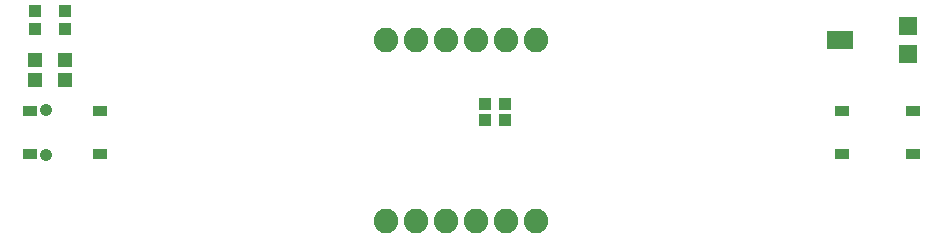
<source format=gts>
G75*
%MOIN*%
%OFA0B0*%
%FSLAX25Y25*%
%IPPOS*%
%LPD*%
%AMOC8*
5,1,8,0,0,1.08239X$1,22.5*
%
%ADD10R,0.03950X0.03950*%
%ADD11R,0.04737X0.05131*%
%ADD12R,0.05918X0.05918*%
%ADD13R,0.08674X0.06318*%
%ADD14R,0.04737X0.03556*%
%ADD15C,0.08200*%
%ADD16R,0.03950X0.04146*%
%ADD17C,0.04146*%
D10*
X0026346Y0084661D03*
X0036346Y0084661D03*
X0036346Y0090567D03*
X0026346Y0090567D03*
D11*
X0026346Y0074346D03*
X0036346Y0074346D03*
X0036346Y0067654D03*
X0026346Y0067654D03*
D12*
X0317331Y0076472D03*
X0317331Y0085528D03*
D13*
X0294581Y0081000D03*
D14*
X0024535Y0042929D03*
X0048157Y0042929D03*
X0048157Y0057496D03*
X0024535Y0057496D03*
X0295323Y0057496D03*
X0318945Y0057496D03*
X0318945Y0042929D03*
X0295323Y0042929D03*
D15*
X0193236Y0020685D03*
X0183236Y0020685D03*
X0173236Y0020685D03*
X0163236Y0020685D03*
X0153236Y0020685D03*
X0143236Y0020685D03*
X0143236Y0081000D03*
X0153236Y0081000D03*
X0163236Y0081000D03*
X0173236Y0081000D03*
X0183236Y0081000D03*
X0193236Y0081000D03*
D16*
X0182882Y0059819D03*
X0176228Y0059819D03*
X0176228Y0054307D03*
X0182882Y0054307D03*
D17*
X0030008Y0057693D03*
X0030008Y0042732D03*
M02*

</source>
